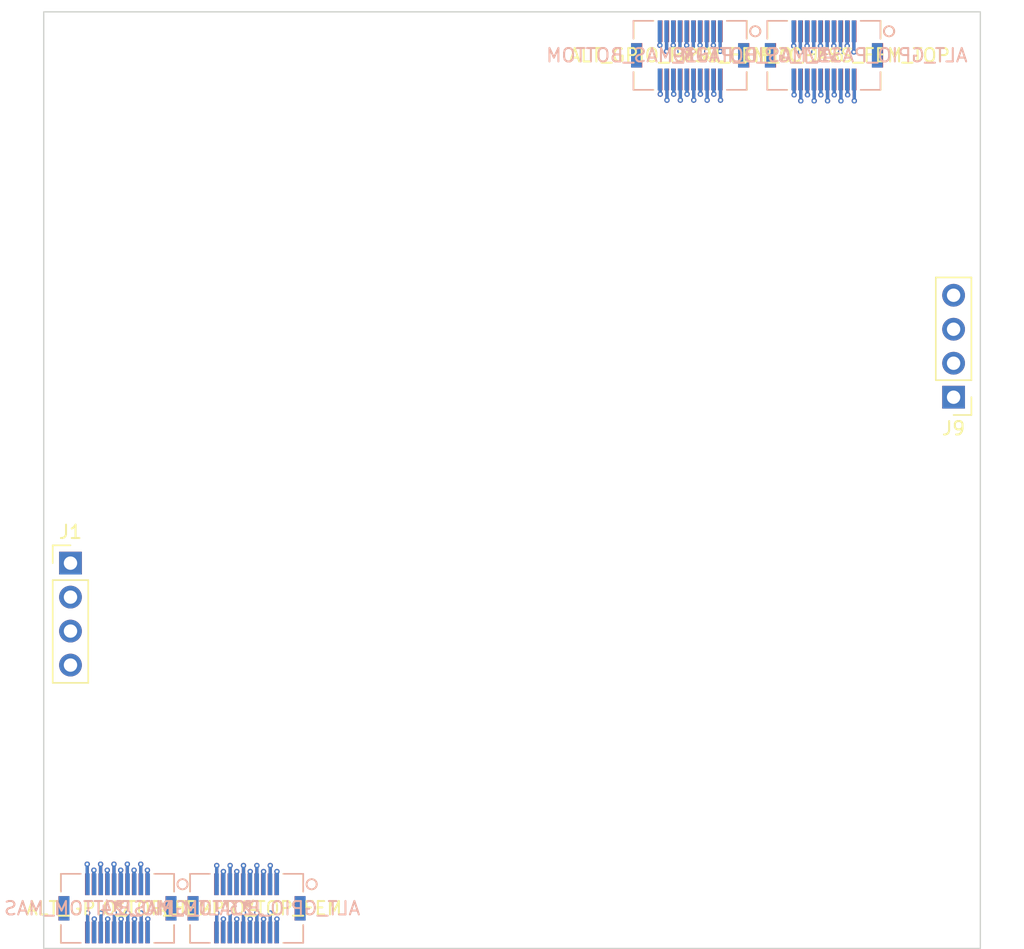
<source format=kicad_pcb>
(kicad_pcb (version 20210824) (generator pcbnew)
  (layers (0 "F.Cu" signal) (31 "B.Cu" signal) (34 "B.Paste" user) (35 "F.Paste" user) (36 "B.SilkS" user "B.Silkscreen") (37 "F.SilkS" user "F.Silkscreen") (38 "B.Mask" user) (39 "F.Mask" user) (44 "Edge.Cuts" user))
  (net 0 "")
  (net 1 "GND")
  (net 2 "+1V8")
  (net 3 "Net-(J23-Pad16)")
  (net 4 "Net-(J23-Pad17)")
  (net 5 "Net-(J23-Pad18)")
  (net 6 "Net-(J23-Pad19)")
  (net 7 "Net-(J23-Pad20)")
  (net 8 "Net-(J24-Pad4)")
  (net 9 "Net-(J24-Pad5)")
  (net 10 "Net-(J24-Pad6)")
  (net 11 "Net-(J24-Pad7)")
  (net 12 "Net-(J24-Pad8)")
  (net 13 "+3V3")
  (net 14 "Net-(J24-Pad10)")
  (net 15 "Net-(J24-Pad11)")
  (net 16 "Net-(J24-Pad12)")
  (net 17 "Net-(J24-Pad13)")
  (net 18 "Net-(J24-Pad14)")
  (net 19 "Net-(J24-Pad15)")
  (net 20 "Net-(J24-Pad16)")
  (net 21 "Net-(J24-Pad17)")
  (net 22 "Net-(J24-Pad18)")
  (net 23 "Net-(J24-Pad19)")
  (net 24 "Net-(J24-Pad20)")
  (net 25 "+5P")
  (net 26 "Net-(J16-Pad1)")
  (net 27 "Net-(J16-Pad2)")
  (net 28 "Net-(J16-Pad3)")
  (net 29 "Net-(J16-Pad4)")
  (net 30 "Net-(J16-Pad5)")
  (net 31 "Net-(J16-Pad6)")
  (net 32 "Net-(J16-Pad7)")
  (net 33 "Net-(J16-Pad8)")
  (net 34 "Net-(J16-Pad9)")
  (net 35 "Net-(J16-Pad10)")
  (net 36 "Net-(J16-Pad11)")
  (net 37 "Net-(J16-Pad12)")
  (net 38 "Net-(J16-Pad13)")
  (net 39 "Net-(J16-Pad14)")
  (net 40 "Net-(J16-Pad15)")
  (net 41 "Net-(J16-Pad16)")
  (net 42 "Net-(J16-Pad17)")
  (net 43 "Net-(J16-Pad18)")
  (net 44 "Net-(J16-Pad19)")
  (net 45 "Net-(J16-Pad20)")
  (net 46 "Net-(J19-Pad1)")
  (net 47 "Net-(J19-Pad2)")
  (net 48 "Net-(J19-Pad3)")
  (net 49 "Net-(J19-Pad4)")
  (net 50 "Net-(J19-Pad5)")
  (net 51 "Net-(J19-Pad6)")
  (net 52 "Net-(J19-Pad7)")
  (net 53 "Net-(J19-Pad8)")
  (net 54 "Net-(J19-Pad9)")
  (net 55 "Net-(J19-Pad10)")
  (net 56 "Net-(J19-Pad11)")
  (net 57 "Net-(J19-Pad12)")
  (net 58 "Net-(J19-Pad13)")
  (net 59 "Net-(J19-Pad14)")
  (net 60 "Net-(J19-Pad15)")
  (net 61 "Net-(J19-Pad16)")
  (net 62 "Net-(J19-Pad17)")
  (net 63 "Net-(J19-Pad18)")
  (net 64 "Net-(J19-Pad19)")
  (net 65 "Net-(J19-Pad20)")
  (net 66 "Net-(J7-Pad1)")
  (net 67 "Net-(J7-Pad2)")
  (net 68 "Net-(J7-Pad3)")
  (net 69 "Net-(J23-Pad1)")
  (net 70 "Net-(J23-Pad2)")
  (net 71 "Net-(J23-Pad3)")
  (net 72 "Net-(J23-Pad4)")
  (net 73 "Net-(J23-Pad5)")
  (net 74 "Net-(J23-Pad7)")
  (net 75 "Net-(J23-Pad8)")
  (net 76 "Net-(J23-Pad9)")
  (net 77 "Net-(J23-Pad10)")
  (net 78 "Net-(J23-Pad11)")
  (net 79 "Net-(J23-Pad12)")
  (net 80 "Net-(J23-Pad13)")
  (footprint "LibsCustom:10132797-021100LF" (layer "F.Cu") (at 100.6698 112)
    (fp_text reference "J7")
    (fp_text value "ALT_GPIO_TOP_FEM")
  )
  (footprint "LibsCustom:10132797-021100LF" (layer "F.Cu") (at 153.4975 48.25)
    (fp_text reference "J16")
    (fp_text value "ALT_GPIO_PASS_FEM_TOP")
  )
  (footprint "LibsCustom:10132797-021100LF" (layer "F.Cu") (at 143.4975 48.25)
    (fp_text reference "J20")
    (fp_text value "ALT_GPIO_PASS_FEM_TOP")
  )
  (footprint "Connector_PinHeader_2.54mm:PinHeader_1x04_P2.54mm_Vertical" (layer "F.Cu") (at 163 73.8 180)
    (fp_text reference "J9")
    (fp_text value "CENTRAL_IO_A")
  )
  (footprint "Connector_PinHeader_2.54mm:PinHeader_1x04_P2.54mm_Vertical" (layer "F.Cu") (at 97 86.2)
    (fp_text reference "J1")
    (fp_text value "CENTRAL_IO_A")
  )
  (footprint "LibsCustom:10132797-021100LF" (layer "F.Cu") (at 110.3198 112)
    (fp_text reference "J4")
    (fp_text value "ALT_GPIO_TOP_FEM")
  )
  (footprint "LibsCustom:10132798-022100LF" (layer "B.Cu") (at 153.2975 48.25 180)
    (fp_text reference "J17")
    (fp_text value "ALT_GPIO_PASS_MAS_BOTTOM")
  )
  (footprint "LibsCustom:10132798-022100LF" (layer "B.Cu") (at 143.2975 48.25 180)
    (fp_text reference "J19")
    (fp_text value "ALT_GPIO_PASS_MAS_BOTTOM")
  )
  (footprint "LibsCustom:10132798-022100LF" (layer "B.Cu") (at 100.5198 112 180)
    (fp_text reference "J24")
    (fp_text value "ALT_GPIO_BOTTOM_MAS")
  )
  (footprint "LibsCustom:10132798-022100LF" (layer "B.Cu") (at 110.1698 112 180)
    (fp_text reference "J23")
    (fp_text value "ALT_GPIO_BOTTOM_MAS")
  )
  (gr_rect (start 95 45) (end 165 115) (layer "Edge.Cuts") (width 0.1) (fill none))
  (segment (start 109.4302 114.3) (end 109.430201 112.799999) (width 0.25) (layer "F.Cu") (net 1))
  (segment (start 109.9302 110.3) (end 109.930201 108.799999) (width 0.25) (layer "F.Cu") (net 1))
  (via (at 109.930201 108.799999) (size 0.4) (drill 0.2) (layers "F.Cu" "B.Cu") (net 1))
  (via (at 109.430201 112.799999) (size 0.4) (drill 0.2) (layers "F.Cu" "B.Cu") (net 1))
  (segment (start 109.430201 112.799999) (end 109.430201 114.280201) (width 0.25) (layer "B.Cu") (net 1))
  (segment (start 109.930201 110.280201) (end 109.95 110.3) (width 0.25) (layer "B.Cu") (net 1))
  (segment (start 109.430201 114.280201) (end 109.45 114.3) (width 0.25) (layer "B.Cu") (net 1))
  (segment (start 109.930201 108.799999) (end 109.930201 110.280201) (width 0.25) (layer "B.Cu") (net 1))
  (segment (start 109.9302 113.85) (end 109.930201 112.349999) (width 0.25) (layer "F.Cu") (net 2))
  (via (at 109.930201 112.349999) (size 0.4) (drill 0.2) (layers "F.Cu" "B.Cu") (net 2))
  (segment (start 109.930201 112.349999) (end 109.930201 113.830201) (width 0.25) (layer "B.Cu") (net 2))
  (segment (start 109.930201 113.830201) (end 109.95 113.85) (width 0.25) (layer "B.Cu") (net 2))
  (segment (start 110.4302 114.3) (end 110.430201 112.799999) (width 0.25) (layer "F.Cu") (net 3))
  (via (at 110.430201 112.799999) (size 0.4) (drill 0.2) (layers "F.Cu" "B.Cu") (net 3))
  (segment (start 110.430201 114.280201) (end 110.45 114.3) (width 0.25) (layer "B.Cu") (net 3))
  (segment (start 110.430201 112.799999) (end 110.430201 114.280201) (width 0.25) (layer "B.Cu") (net 3))
  (segment (start 110.9302 113.85) (end 110.930201 112.349999) (width 0.25) (layer "F.Cu") (net 4))
  (via (at 110.930201 112.349999) (size 0.4) (drill 0.2) (layers "F.Cu" "B.Cu") (net 4))
  (segment (start 110.930201 113.830201) (end 110.95 113.85) (width 0.25) (layer "B.Cu") (net 4))
  (segment (start 110.930201 112.349999) (end 110.930201 113.830201) (width 0.25) (layer "B.Cu") (net 4))
  (segment (start 111.4302 114.3) (end 111.430201 112.799999) (width 0.25) (layer "F.Cu") (net 5))
  (via (at 111.430201 112.799999) (size 0.4) (drill 0.2) (layers "F.Cu" "B.Cu") (net 5))
  (segment (start 111.430201 112.799999) (end 111.430201 114.280201) (width 0.25) (layer "B.Cu") (net 5))
  (segment (start 111.430201 114.280201) (end 111.45 114.3) (width 0.25) (layer "B.Cu") (net 5))
  (segment (start 111.9302 113.85) (end 111.930201 112.349999) (width 0.25) (layer "F.Cu") (net 6))
  (via (at 111.930201 112.349999) (size 0.4) (drill 0.2) (layers "F.Cu" "B.Cu") (net 6))
  (segment (start 111.930201 112.349999) (end 111.930201 113.830201) (width 0.25) (layer "B.Cu") (net 6))
  (segment (start 111.930201 113.830201) (end 111.95 113.85) (width 0.25) (layer "B.Cu") (net 6))
  (segment (start 112.4302 114.3) (end 112.430201 112.799999) (width 0.25) (layer "F.Cu") (net 7))
  (via (at 112.430201 112.799999) (size 0.4) (drill 0.2) (layers "F.Cu" "B.Cu") (net 7))
  (segment (start 112.430201 112.799999) (end 112.430201 114.280201) (width 0.25) (layer "B.Cu") (net 7))
  (segment (start 112.430201 114.280201) (end 112.45 114.3) (width 0.25) (layer "B.Cu") (net 7))
  (segment (start 101.249999 110.200001) (end 101.25 108.7) (width 0.25) (layer "F.Cu") (net 8))
  (via (at 101.25 108.7) (size 0.4) (drill 0.2) (layers "F.Cu" "B.Cu") (net 8))
  (segment (start 101.25 110.180202) (end 101.269799 110.200001) (width 0.25) (layer "B.Cu") (net 8))
  (segment (start 101.25 108.7) (end 101.25 110.180202) (width 0.25) (layer "B.Cu") (net 8))
  (segment (start 100.749999 110.650001) (end 100.75 109.15) (width 0.25) (layer "F.Cu") (net 9))
  (via (at 100.75 109.15) (size 0.4) (drill 0.2) (layers "F.Cu" "B.Cu") (net 9))
  (segment (start 100.75 109.15) (end 100.75 110.630202) (width 0.25) (layer "B.Cu") (net 9))
  (segment (start 100.75 110.630202) (end 100.769799 110.650001) (width 0.25) (layer "B.Cu") (net 9))
  (segment (start 100.249999 110.200001) (end 100.25 108.7) (width 0.25) (layer "F.Cu") (net 10))
  (via (at 100.25 108.7) (size 0.4) (drill 0.2) (layers "F.Cu" "B.Cu") (net 10))
  (segment (start 100.25 110.180202) (end 100.269799 110.200001) (width 0.25) (layer "B.Cu") (net 10))
  (segment (start 100.25 108.7) (end 100.25 110.180202) (width 0.25) (layer "B.Cu") (net 10))
  (segment (start 99.749999 110.650001) (end 99.75 109.15) (width 0.25) (layer "F.Cu") (net 11))
  (via (at 99.75 109.15) (size 0.4) (drill 0.2) (layers "F.Cu" "B.Cu") (net 11))
  (segment (start 99.75 110.630202) (end 99.769799 110.650001) (width 0.25) (layer "B.Cu") (net 11))
  (segment (start 99.75 109.15) (end 99.75 110.630202) (width 0.25) (layer "B.Cu") (net 11))
  (segment (start 99.249999 110.200001) (end 99.25 108.7) (width 0.25) (layer "F.Cu") (net 12))
  (via (at 99.25 108.7) (size 0.4) (drill 0.2) (layers "F.Cu" "B.Cu") (net 12))
  (segment (start 99.25 110.180202) (end 99.269799 110.200001) (width 0.25) (layer "B.Cu") (net 12))
  (segment (start 99.25 108.7) (end 99.25 110.180202) (width 0.25) (layer "B.Cu") (net 12))
  (segment (start 98.749999 110.650001) (end 98.75 109.15) (width 0.25) (layer "F.Cu") (net 13))
  (via (at 98.75 109.15) (size 0.4) (drill 0.2) (layers "F.Cu" "B.Cu") (net 13))
  (segment (start 98.75 110.630202) (end 98.769799 110.650001) (width 0.25) (layer "B.Cu") (net 13))
  (segment (start 98.75 109.15) (end 98.75 110.630202) (width 0.25) (layer "B.Cu") (net 13))
  (segment (start 98.249999 110.200001) (end 98.25 108.7) (width 0.25) (layer "F.Cu") (net 14))
  (via (at 98.25 108.7) (size 0.4) (drill 0.2) (layers "F.Cu" "B.Cu") (net 14))
  (segment (start 98.25 110.180202) (end 98.269799 110.200001) (width 0.25) (layer "B.Cu") (net 14))
  (segment (start 98.25 108.7) (end 98.25 110.180202) (width 0.25) (layer "B.Cu") (net 14))
  (segment (start 98.2802 113.85) (end 98.280201 112.349999) (width 0.25) (layer "F.Cu") (net 15))
  (via (at 98.280201 112.349999) (size 0.4) (drill 0.2) (layers "F.Cu" "B.Cu") (net 15))
  (segment (start 98.280201 112.349999) (end 98.280201 113.830201) (width 0.25) (layer "B.Cu") (net 15))
  (segment (start 98.280201 113.830201) (end 98.3 113.85) (width 0.25) (layer "B.Cu") (net 15))
  (segment (start 98.7802 114.3) (end 98.780201 112.799999) (width 0.25) (layer "F.Cu") (net 16))
  (via (at 98.780201 112.799999) (size 0.4) (drill 0.2) (layers "F.Cu" "B.Cu") (net 16))
  (segment (start 98.780201 114.280201) (end 98.8 114.3) (width 0.25) (layer "B.Cu") (net 16))
  (segment (start 98.780201 112.799999) (end 98.780201 114.280201) (width 0.25) (layer "B.Cu") (net 16))
  (segment (start 99.2802 113.85) (end 99.280201 112.349999) (width 0.25) (layer "F.Cu") (net 17))
  (via (at 99.280201 112.349999) (size 0.4) (drill 0.2) (layers "F.Cu" "B.Cu") (net 17))
  (segment (start 99.280201 112.349999) (end 99.280201 113.830201) (width 0.25) (layer "B.Cu") (net 17))
  (segment (start 99.280201 113.830201) (end 99.3 113.85) (width 0.25) (layer "B.Cu") (net 17))
  (segment (start 99.7802 114.3) (end 99.780201 112.799999) (width 0.25) (layer "F.Cu") (net 18))
  (via (at 99.780201 112.799999) (size 0.4) (drill 0.2) (layers "F.Cu" "B.Cu") (net 18))
  (segment (start 99.780201 114.280201) (end 99.8 114.3) (width 0.25) (layer "B.Cu") (net 18))
  (segment (start 99.780201 112.799999) (end 99.780201 114.280201) (width 0.25) (layer "B.Cu") (net 18))
  (segment (start 100.2802 113.85) (end 100.280201 112.349999) (width 0.25) (layer "F.Cu") (net 19))
  (via (at 100.280201 112.349999) (size 0.4) (drill 0.2) (layers "F.Cu" "B.Cu") (net 19))
  (segment (start 100.280201 112.349999) (end 100.280201 113.830201) (width 0.25) (layer "B.Cu") (net 19))
  (segment (start 100.280201 113.830201) (end 100.3 113.85) (width 0.25) (layer "B.Cu") (net 19))
  (segment (start 100.7802 114.3) (end 100.780201 112.799999) (width 0.25) (layer "F.Cu") (net 20))
  (via (at 100.780201 112.799999) (size 0.4) (drill 0.2) (layers "F.Cu" "B.Cu") (net 20))
  (segment (start 100.780201 114.280201) (end 100.8 114.3) (width 0.25) (layer "B.Cu") (net 20))
  (segment (start 100.780201 112.799999) (end 100.780201 114.280201) (width 0.25) (layer "B.Cu") (net 20))
  (segment (start 101.2802 113.85) (end 101.280201 112.349999) (width 0.25) (layer "F.Cu") (net 21))
  (via (at 101.280201 112.349999) (size 0.4) (drill 0.2) (layers "F.Cu" "B.Cu") (net 21))
  (segment (start 101.280201 112.349999) (end 101.280201 113.830201) (width 0.25) (layer "B.Cu") (net 21))
  (segment (start 101.280201 113.830201) (end 101.3 113.85) (width 0.25) (layer "B.Cu") (net 21))
  (segment (start 101.7802 114.3) (end 101.780201 112.799999) (width 0.25) (layer "F.Cu") (net 22))
  (via (at 101.780201 112.799999) (size 0.4) (drill 0.2) (layers "F.Cu" "B.Cu") (net 22))
  (segment (start 101.780201 112.799999) (end 101.780201 114.280201) (width 0.25) (layer "B.Cu") (net 22))
  (segment (start 101.780201 114.280201) (end 101.8 114.3) (width 0.25) (layer "B.Cu") (net 22))
  (segment (start 102.2802 113.85) (end 102.280201 112.349999) (width 0.25) (layer "F.Cu") (net 23))
  (via (at 102.280201 112.349999) (size 0.4) (drill 0.2) (layers "F.Cu" "B.Cu") (net 23))
  (segment (start 102.280201 112.349999) (end 102.280201 113.830201) (width 0.25) (layer "B.Cu") (net 23))
  (segment (start 102.280201 113.830201) (end 102.3 113.85) (width 0.25) (layer "B.Cu") (net 23))
  (segment (start 102.7802 114.3) (end 102.780201 112.799999) (width 0.25) (layer "F.Cu") (net 24))
  (via (at 102.780201 112.799999) (size 0.4) (drill 0.2) (layers "F.Cu" "B.Cu") (net 24))
  (segment (start 102.780201 114.280201) (end 102.8 114.3) (width 0.25) (layer "B.Cu") (net 24))
  (segment (start 102.780201 112.799999) (end 102.780201 114.280201) (width 0.25) (layer "B.Cu") (net 24))
  (segment (start 155.550001 46.499999) (end 155.55 48) (width 0.25) (layer "F.Cu") (net 26))
  (via (at 155.55 48) (size 0.4) (drill 0.2) (layers "F.Cu" "B.Cu") (net 26))
  (segment (start 155.55 48) (end 155.55 46.519798) (width 0.25) (layer "B.Cu") (net 26))
  (segment (start 155.55 46.519798) (end 155.530201 46.499999) (width 0.25) (layer "B.Cu") (net 26))
  (segment (start 155.050001 46.049999) (end 155.05 47.55) (width 0.25) (layer "F.Cu") (net 27))
  (via (at 155.05 47.55) (size 0.4) (drill 0.2) (layers "F.Cu" "B.Cu") (net 27))
  (segment (start 155.05 46.069798) (end 155.030201 46.049999) (width 0.25) (layer "B.Cu") (net 27))
  (segment (start 155.05 47.55) (end 155.05 46.069798) (width 0.25) (layer "B.Cu") (net 27))
  (segment (start 154.550001 46.499999) (end 154.55 48) (width 0.25) (layer "F.Cu") (net 28))
  (via (at 154.55 48) (size 0.4) (drill 0.2) (layers "F.Cu" "B.Cu") (net 28))
  (segment (start 154.55 46.519798) (end 154.530201 46.499999) (width 0.25) (layer "B.Cu") (net 28))
  (segment (start 154.55 48) (end 154.55 46.519798) (width 0.25) (layer "B.Cu") (net 28))
  (segment (start 154.050001 46.049999) (end 154.05 47.55) (width 0.25) (layer "F.Cu") (net 29))
  (via (at 154.05 47.55) (size 0.4) (drill 0.2) (layers "F.Cu" "B.Cu") (net 29))
  (segment (start 154.05 46.069798) (end 154.030201 46.049999) (width 0.25) (layer "B.Cu") (net 29))
  (segment (start 154.05 47.55) (end 154.05 46.069798) (width 0.25) (layer "B.Cu") (net 29))
  (segment (start 153.550001 46.499999) (end 153.55 48) (width 0.25) (layer "F.Cu") (net 30))
  (via (at 153.55 48) (size 0.4) (drill 0.2) (layers "F.Cu" "B.Cu") (net 30))
  (segment (start 153.55 48) (end 153.55 46.519798) (width 0.25) (layer "B.Cu") (net 30))
  (segment (start 153.55 46.519798) (end 153.530201 46.499999) (width 0.25) (layer "B.Cu") (net 30))
  (segment (start 153.050001 46.049999) (end 153.05 47.55) (width 0.25) (layer "F.Cu") (net 31))
  (via (at 153.05 47.55) (size 0.4) (drill 0.2) (layers "F.Cu" "B.Cu") (net 31))
  (segment (start 153.05 46.069798) (end 153.030201 46.049999) (width 0.25) (layer "B.Cu") (net 31))
  (segment (start 153.05 47.55) (end 153.05 46.069798) (width 0.25) (layer "B.Cu") (net 31))
  (segment (start 152.550001 46.499999) (end 152.55 48) (width 0.25) (layer "F.Cu") (net 32))
  (via (at 152.55 48) (size 0.4) (drill 0.2) (layers "F.Cu" "B.Cu") (net 32))
  (segment (start 152.55 46.519798) (end 152.530201 46.499999) (width 0.25) (layer "B.Cu") (net 32))
  (segment (start 152.55 48) (end 152.55 46.519798) (width 0.25) (layer "B.Cu") (net 32))
  (segment (start 152.050001 46.049999) (end 152.05 47.55) (width 0.25) (layer "F.Cu") (net 33))
  (via (at 152.05 47.55) (size 0.4) (drill 0.2) (layers "F.Cu" "B.Cu") (net 33))
  (segment (start 152.05 47.55) (end 152.05 46.069798) (width 0.25) (layer "B.Cu") (net 33))
  (segment (start 152.05 46.069798) (end 152.030201 46.049999) (width 0.25) (layer "B.Cu") (net 33))
  (segment (start 151.550001 46.499999) (end 151.55 48) (width 0.25) (layer "F.Cu") (net 34))
  (via (at 151.55 48) (size 0.4) (drill 0.2) (layers "F.Cu" "B.Cu") (net 34))
  (segment (start 151.55 48) (end 151.55 46.519798) (width 0.25) (layer "B.Cu") (net 34))
  (segment (start 151.55 46.519798) (end 151.530201 46.499999) (width 0.25) (layer "B.Cu") (net 34))
  (segment (start 151.050001 46.049999) (end 151.05 47.55) (width 0.25) (layer "F.Cu") (net 35))
  (via (at 151.05 47.55) (size 0.4) (drill 0.2) (layers "F.Cu" "B.Cu") (net 35))
  (segment (start 151.05 46.069798) (end 151.030201 46.049999) (width 0.25) (layer "B.Cu") (net 35))
  (segment (start 151.05 47.55) (end 151.05 46.069798) (width 0.25) (layer "B.Cu") (net 35))
  (segment (start 151.080202 49.699998) (end 151.080201 51.199999) (width 0.25) (layer "F.Cu") (net 36))
  (via (at 151.080201 51.199999) (size 0.4) (drill 0.2) (layers "F.Cu" "B.Cu") (net 36))
  (segment (start 151.080201 51.199999) (end 151.080201 49.719797) (width 0.25) (layer "B.Cu") (net 36))
  (segment (start 151.080201 49.719797) (end 151.060402 49.699998) (width 0.25) (layer "B.Cu") (net 36))
  (segment (start 151.580202 50.149998) (end 151.580201 51.649999) (width 0.25) (layer "F.Cu") (net 37))
  (via (at 151.580201 51.649999) (size 0.4) (drill 0.2) (layers "F.Cu" "B.Cu") (net 37))
  (segment (start 151.580201 51.649999) (end 151.580201 50.169797) (width 0.25) (layer "B.Cu") (net 37))
  (segment (start 151.580201 50.169797) (end 151.560402 50.149998) (width 0.25) (layer "B.Cu") (net 37))
  (segment (start 152.080202 49.699998) (end 152.080201 51.199999) (width 0.25) (layer "F.Cu") (net 38))
  (via (at 152.080201 51.199999) (size 0.4) (drill 0.2) (layers "F.Cu" "B.Cu") (net 38))
  (segment (start 152.080201 49.719797) (end 152.060402 49.699998) (width 0.25) (layer "B.Cu") (net 38))
  (segment (start 152.080201 51.199999) (end 152.080201 49.719797) (width 0.25) (layer "B.Cu") (net 38))
  (segment (start 152.580202 50.149998) (end 152.580201 51.649999) (width 0.25) (layer "F.Cu") (net 39))
  (via (at 152.580201 51.649999) (size 0.4) (drill 0.2) (layers "F.Cu" "B.Cu") (net 39))
  (segment (start 152.580201 51.649999) (end 152.580201 50.169797) (width 0.25) (layer "B.Cu") (net 39))
  (segment (start 152.580201 50.169797) (end 152.560402 50.149998) (width 0.25) (layer "B.Cu") (net 39))
  (segment (start 153.080202 49.699998) (end 153.080201 51.199999) (width 0.25) (layer "F.Cu") (net 40))
  (via (at 153.080201 51.199999) (size 0.4) (drill 0.2) (layers "F.Cu" "B.Cu") (net 40))
  (segment (start 153.080201 51.199999) (end 153.080201 49.719797) (width 0.25) (layer "B.Cu") (net 40))
  (segment (start 153.080201 49.719797) (end 153.060402 49.699998) (width 0.25) (layer "B.Cu") (net 40))
  (segment (start 153.580202 50.149998) (end 153.580201 51.649999) (width 0.25) (layer "F.Cu") (net 41))
  (via (at 153.580201 51.649999) (size 0.4) (drill 0.2) (layers "F.Cu" "B.Cu") (net 41))
  (segment (start 153.580201 50.169797) (end 153.560402 50.149998) (width 0.25) (layer "B.Cu") (net 41))
  (segment (start 153.580201 51.649999) (end 153.580201 50.169797) (width 0.25) (layer "B.Cu") (net 41))
  (segment (start 154.080202 49.699998) (end 154.080201 51.199999) (width 0.25) (layer "F.Cu") (net 42))
  (via (at 154.080201 51.199999) (size 0.4) (drill 0.2) (layers "F.Cu" "B.Cu") (net 42))
  (segment (start 154.080201 51.199999) (end 154.080201 49.719797) (width 0.25) (layer "B.Cu") (net 42))
  (segment (start 154.080201 49.719797) (end 154.060402 49.699998) (width 0.25) (layer "B.Cu") (net 42))
  (segment (start 154.580202 50.149998) (end 154.580201 51.649999) (width 0.25) (layer "F.Cu") (net 43))
  (via (at 154.580201 51.649999) (size 0.4) (drill 0.2) (layers "F.Cu" "B.Cu") (net 43))
  (segment (start 154.580201 51.649999) (end 154.580201 50.169797) (width 0.25) (layer "B.Cu") (net 43))
  (segment (start 154.580201 50.169797) (end 154.560402 50.149998) (width 0.25) (layer "B.Cu") (net 43))
  (segment (start 155.080202 49.699998) (end 155.080201 51.199999) (width 0.25) (layer "F.Cu") (net 44))
  (via (at 155.080201 51.199999) (size 0.4) (drill 0.2) (layers "F.Cu" "B.Cu") (net 44))
  (segment (start 155.080201 49.719797) (end 155.060402 49.699998) (width 0.25) (layer "B.Cu") (net 44))
  (segment (start 155.080201 51.199999) (end 155.080201 49.719797) (width 0.25) (layer "B.Cu") (net 44))
  (segment (start 155.580202 50.149998) (end 155.580201 51.649999) (width 0.25) (layer "F.Cu") (net 45))
  (via (at 155.580201 51.649999) (size 0.4) (drill 0.2) (layers "F.Cu" "B.Cu") (net 45))
  (segment (start 155.580201 51.649999) (end 155.580201 50.169797) (width 0.25) (layer "B.Cu") (net 45))
  (segment (start 155.580201 50.169797) (end 155.560402 50.149998) (width 0.25) (layer "B.Cu") (net 45))
  (segment (start 145.550001 46.449999) (end 145.55 47.95) (width 0.25) (layer "F.Cu") (net 46))
  (via (at 145.55 47.95) (size 0.4) (drill 0.2) (layers "F.Cu" "B.Cu") (net 46))
  (segment (start 145.55 46.469798) (end 145.530201 46.449999) (width 0.25) (layer "B.Cu") (net 46))
  (segment (start 145.55 47.95) (end 145.55 46.469798) (width 0.25) (layer "B.Cu") (net 46))
  (segment (start 145.050001 45.999999) (end 145.05 47.5) (width 0.25) (layer "F.Cu") (net 47))
  (via (at 145.05 47.5) (size 0.4) (drill 0.2) (layers "F.Cu" "B.Cu") (net 47))
  (segment (start 145.05 46.019798) (end 145.030201 45.999999) (width 0.25) (layer "B.Cu") (net 47))
  (segment (start 145.05 47.5) (end 145.05 46.019798) (width 0.25) (layer "B.Cu") (net 47))
  (segment (start 144.550001 46.449999) (end 144.55 47.95) (width 0.25) (layer "F.Cu") (net 48))
  (via (at 144.55 47.95) (size 0.4) (drill 0.2) (layers "F.Cu" "B.Cu") (net 48))
  (segment (start 144.55 47.95) (end 144.55 46.469798) (width 0.25) (layer "B.Cu") (net 48))
  (segment (start 144.55 46.469798) (end 144.530201 46.449999) (width 0.25) (layer "B.Cu") (net 48))
  (segment (start 144.050001 45.999999) (end 144.05 47.5) (width 0.25) (layer "F.Cu") (net 49))
  (via (at 144.05 47.5) (size 0.4) (drill 0.2) (layers "F.Cu" "B.Cu") (net 49))
  (segment (start 144.05 47.5) (end 144.05 46.019798) (width 0.25) (layer "B.Cu") (net 49))
  (segment (start 144.05 46.019798) (end 144.030201 45.999999) (width 0.25) (layer "B.Cu") (net 49))
  (segment (start 143.550001 46.449999) (end 143.55 47.95) (width 0.25) (layer "F.Cu") (net 50))
  (via (at 143.55 47.95) (size 0.4) (drill 0.2) (layers "F.Cu" "B.Cu") (net 50))
  (segment (start 143.55 47.95) (end 143.55 46.469798) (width 0.25) (layer "B.Cu") (net 50))
  (segment (start 143.55 46.469798) (end 143.530201 46.449999) (width 0.25) (layer "B.Cu") (net 50))
  (segment (start 143.050001 45.999999) (end 143.05 47.5) (width 0.25) (layer "F.Cu") (net 51))
  (via (at 143.05 47.5) (size 0.4) (drill 0.2) (layers "F.Cu" "B.Cu") (net 51))
  (segment (start 143.05 47.5) (end 143.05 46.019798) (width 0.25) (layer "B.Cu") (net 51))
  (segment (start 143.05 46.019798) (end 143.030201 45.999999) (width 0.25) (layer "B.Cu") (net 51))
  (segment (start 142.550001 46.449999) (end 142.55 47.95) (width 0.25) (layer "F.Cu") (net 52))
  (via (at 142.55 47.95) (size 0.4) (drill 0.2) (layers "F.Cu" "B.Cu") (net 52))
  (segment (start 142.55 47.95) (end 142.55 46.469798) (width 0.25) (layer "B.Cu") (net 52))
  (segment (start 142.55 46.469798) (end 142.530201 46.449999) (width 0.25) (layer "B.Cu") (net 52))
  (segment (start 142.050001 45.999999) (end 142.05 47.5) (width 0.25) (layer "F.Cu") (net 53))
  (via (at 142.05 47.5) (size 0.4) (drill 0.2) (layers "F.Cu" "B.Cu") (net 53))
  (segment (start 142.05 46.019798) (end 142.030201 45.999999) (width 0.25) (layer "B.Cu") (net 53))
  (segment (start 142.05 47.5) (end 142.05 46.019798) (width 0.25) (layer "B.Cu") (net 53))
  (segment (start 141.550001 46.449999) (end 141.55 47.95) (width 0.25) (layer "F.Cu") (net 54))
  (via (at 141.55 47.95) (size 0.4) (drill 0.2) (layers "F.Cu" "B.Cu") (net 54))
  (segment (start 141.55 47.95) (end 141.55 46.469798) (width 0.25) (layer "B.Cu") (net 54))
  (segment (start 141.55 46.469798) (end 141.530201 46.449999) (width 0.25) (layer "B.Cu") (net 54))
  (segment (start 141.050001 45.999999) (end 141.05 47.5) (width 0.25) (layer "F.Cu") (net 55))
  (via (at 141.05 47.5) (size 0.4) (drill 0.2) (layers "F.Cu" "B.Cu") (net 55))
  (segment (start 141.05 46.019798) (end 141.030201 45.999999) (width 0.25) (layer "B.Cu") (net 55))
  (segment (start 141.05 47.5) (end 141.05 46.019798) (width 0.25) (layer "B.Cu") (net 55))
  (segment (start 141.080202 49.649998) (end 141.080201 51.149999) (width 0.25) (layer "F.Cu") (net 56))
  (via (at 141.080201 51.149999) (size 0.4) (drill 0.2) (layers "F.Cu" "B.Cu") (net 56))
  (segment (start 141.080201 51.149999) (end 141.080201 49.669797) (width 0.25) (layer "B.Cu") (net 56))
  (segment (start 141.080201 49.669797) (end 141.060402 49.649998) (width 0.25) (layer "B.Cu") (net 56))
  (segment (start 141.580202 50.099998) (end 141.580201 51.599999) (width 0.25) (layer "F.Cu") (net 57))
  (via (at 141.580201 51.599999) (size 0.4) (drill 0.2) (layers "F.Cu" "B.Cu") (net 57))
  (segment (start 141.580201 51.599999) (end 141.580201 50.119797) (width 0.25) (layer "B.Cu") (net 57))
  (segment (start 141.580201 50.119797) (end 141.560402 50.099998) (width 0.25) (layer "B.Cu") (net 57))
  (segment (start 142.080202 49.649998) (end 142.080201 51.149999) (width 0.25) (layer "F.Cu") (net 58))
  (via (at 142.080201 51.149999) (size 0.4) (drill 0.2) (layers "F.Cu" "B.Cu") (net 58))
  (segment (start 142.080201 49.669797) (end 142.060402 49.649998) (width 0.25) (layer "B.Cu") (net 58))
  (segment (start 142.080201 51.149999) (end 142.080201 49.669797) (width 0.25) (layer "B.Cu") (net 58))
  (segment (start 142.580202 50.099998) (end 142.580201 51.599999) (width 0.25) (layer "F.Cu") (net 59))
  (via (at 142.580201 51.599999) (size 0.4) (drill 0.2) (layers "F.Cu" "B.Cu") (net 59))
  (segment (start 142.580201 51.599999) (end 142.580201 50.119797) (width 0.25) (layer "B.Cu") (net 59))
  (segment (start 142.580201 50.119797) (end 142.560402 50.099998) (width 0.25) (layer "B.Cu") (net 59))
  (segment (start 143.080202 49.649998) (end 143.080201 51.149999) (width 0.25) (layer "F.Cu") (net 60))
  (via (at 143.080201 51.149999) (size 0.4) (drill 0.2) (layers "F.Cu" "B.Cu") (net 60))
  (segment (start 143.080201 51.149999) (end 143.080201 49.669797) (width 0.25) (layer "B.Cu") (net 60))
  (segment (start 143.080201 49.669797) (end 143.060402 49.649998) (width 0.25) (layer "B.Cu") (net 60))
  (segment (start 143.580202 50.099998) (end 143.580201 51.599999) (width 0.25) (layer "F.Cu") (net 61))
  (via (at 143.580201 51.599999) (size 0.4) (drill 0.2) (layers "F.Cu" "B.Cu") (net 61))
  (segment (start 143.580201 50.119797) (end 143.560402 50.099998) (width 0.25) (layer "B.Cu") (net 61))
  (segment (start 143.580201 51.599999) (end 143.580201 50.119797) (width 0.25) (layer "B.Cu") (net 61))
  (segment (start 144.080202 49.649998) (end 144.080201 51.149999) (width 0.25) (layer "F.Cu") (net 62))
  (via (at 144.080201 51.149999) (size 0.4) (drill 0.2) (layers "F.Cu" "B.Cu") (net 62))
  (segment (start 144.080201 49.669797) (end 144.060402 49.649998) (width 0.25) (layer "B.Cu") (net 62))
  (segment (start 144.080201 51.149999) (end 144.080201 49.669797) (width 0.25) (layer "B.Cu") (net 62))
  (segment (start 144.580202 50.099998) (end 144.580201 51.599999) (width 0.25) (layer "F.Cu") (net 63))
  (via (at 144.580201 51.599999) (size 0.4) (drill 0.2) (layers "F.Cu" "B.Cu") (net 63))
  (segment (start 144.580201 51.599999) (end 144.580201 50.119797) (width 0.25) (layer "B.Cu") (net 63))
  (segment (start 144.580201 50.119797) (end 144.560402 50.099998) (width 0.25) (layer "B.Cu") (net 63))
  (segment (start 145.080202 49.649998) (end 145.080201 51.149999) (width 0.25) (layer "F.Cu") (net 64))
  (via (at 145.080201 51.149999) (size 0.4) (drill 0.2) (layers "F.Cu" "B.Cu") (net 64))
  (segment (start 145.080201 51.149999) (end 145.080201 49.669797) (width 0.25) (layer "B.Cu") (net 64))
  (segment (start 145.080201 49.669797) (end 145.060402 49.649998) (width 0.25) (layer "B.Cu") (net 64))
  (segment (start 145.580202 50.099998) (end 145.580201 51.599999) (width 0.25) (layer "F.Cu") (net 65))
  (via (at 145.580201 51.599999) (size 0.4) (drill 0.2) (layers "F.Cu" "B.Cu") (net 65))
  (segment (start 145.580201 50.119797) (end 145.560402 50.099998) (width 0.25) (layer "B.Cu") (net 65))
  (segment (start 145.580201 51.599999) (end 145.580201 50.119797) (width 0.25) (layer "B.Cu") (net 65))
  (segment (start 102.749999 110.650001) (end 102.75 109.15) (width 0.25) (layer "F.Cu") (net 66))
  (via (at 102.75 109.15) (size 0.4) (drill 0.2) (layers "F.Cu" "B.Cu") (net 66))
  (segment (start 102.75 109.15) (end 102.75 110.630202) (width 0.25) (layer "B.Cu") (net 66))
  (segment (start 102.75 110.630202) (end 102.769799 110.650001) (width 0.25) (layer "B.Cu") (net 66))
  (segment (start 102.249999 110.200001) (end 102.25 108.7) (width 0.25) (layer "F.Cu") (net 67))
  (via (at 102.25 108.7) (size 0.4) (drill 0.2) (layers "F.Cu" "B.Cu") (net 67))
  (segment (start 102.25 108.7) (end 102.25 110.180202) (width 0.25) (layer "B.Cu") (net 67))
  (segment (start 102.25 110.180202) (end 102.269799 110.200001) (width 0.25) (layer "B.Cu") (net 67))
  (segment (start 101.749999 110.650001) (end 101.75 109.15) (width 0.25) (layer "F.Cu") (net 68))
  (via (at 101.75 109.15) (size 0.4) (drill 0.2) (layers "F.Cu" "B.Cu") (net 68))
  (segment (start 101.75 109.15) (end 101.75 110.630202) (width 0.25) (layer "B.Cu") (net 68))
  (segment (start 101.75 110.630202) (end 101.769799 110.650001) (width 0.25) (layer "B.Cu") (net 68))
  (segment (start 112.4302 110.75) (end 112.430201 109.249999) (width 0.25) (layer "F.Cu") (net 69))
  (via (at 112.430201 109.249999) (size 0.4) (drill 0.2) (layers "F.Cu" "B.Cu") (net 69))
  (segment (start 112.430201 110.730201) (end 112.45 110.75) (width 0.25) (layer "B.Cu") (net 69))
  (segment (start 112.430201 109.249999) (end 112.430201 110.730201) (width 0.25) (layer "B.Cu") (net 69))
  (segment (start 111.9302 110.3) (end 111.930201 108.799999) (width 0.25) (layer "F.Cu") (net 70))
  (via (at 111.930201 108.799999) (size 0.4) (drill 0.2) (layers "F.Cu" "B.Cu") (net 70))
  (segment (start 111.930201 108.799999) (end 111.930201 110.280201) (width 0.25) (layer "B.Cu") (net 70))
  (segment (start 111.930201 110.280201) (end 111.95 110.3) (width 0.25) (layer "B.Cu") (net 70))
  (segment (start 111.4302 110.75) (end 111.430201 109.249999) (width 0.25) (layer "F.Cu") (net 71))
  (via (at 111.430201 109.249999) (size 0.4) (drill 0.2) (layers "F.Cu" "B.Cu") (net 71))
  (segment (start 111.430201 109.249999) (end 111.430201 110.730201) (width 0.25) (layer "B.Cu") (net 71))
  (segment (start 111.430201 110.730201) (end 111.45 110.75) (width 0.25) (layer "B.Cu") (net 71))
  (segment (start 110.9302 110.3) (end 110.930201 108.799999) (width 0.25) (layer "F.Cu") (net 72))
  (via (at 110.930201 108.799999) (size 0.4) (drill 0.2) (layers "F.Cu" "B.Cu") (net 72))
  (segment (start 110.930201 108.799999) (end 110.930201 110.280201) (width 0.25) (layer "B.Cu") (net 72))
  (segment (start 110.930201 110.280201) (end 110.95 110.3) (width 0.25) (layer "B.Cu") (net 72))
  (segment (start 110.4302 110.75) (end 110.430201 109.249999) (width 0.25) (layer "F.Cu") (net 73))
  (via (at 110.430201 109.249999) (size 0.4) (drill 0.2) (layers "F.Cu" "B.Cu") (net 73))
  (segment (start 110.430201 110.730201) (end 110.45 110.75) (width 0.25) (layer "B.Cu") (net 73))
  (segment (start 110.430201 109.249999) (end 110.430201 110.730201) (width 0.25) (layer "B.Cu") (net 73))
  (segment (start 109.4302 110.75) (end 109.430201 109.249999) (width 0.25) (layer "F.Cu") (net 74))
  (via (at 109.430201 109.249999) (size 0.4) (drill 0.2) (layers "F.Cu" "B.Cu") (net 74))
  (segment (start 109.430201 109.249999) (end 109.430201 110.730201) (width 0.25) (layer "B.Cu") (net 74))
  (segment (start 109.430201 110.730201) (end 109.45 110.75) (width 0.25) (layer "B.Cu") (net 74))
  (segment (start 108.9302 110.3) (end 108.930201 108.799999) (width 0.25) (layer "F.Cu") (net 75))
  (via (at 108.930201 108.799999) (size 0.4) (drill 0.2) (layers "F.Cu" "B.Cu") (net 75))
  (segment (start 108.930201 110.280201) (end 108.95 110.3) (width 0.25) (layer "B.Cu") (net 75))
  (segment (start 108.930201 108.799999) (end 108.930201 110.280201) (width 0.25) (layer "B.Cu") (net 75))
  (segment (start 108.4302 110.75) (end 108.430201 109.249999) (width 0.25) (layer "F.Cu") (net 76))
  (via (at 108.430201 109.249999) (size 0.4) (drill 0.2) (layers "F.Cu" "B.Cu") (net 76))
  (segment (start 108.430201 109.249999) (end 108.430201 110.730201) (width 0.25) (layer "B.Cu") (net 76))
  (segment (start 108.430201 110.730201) (end 108.45 110.75) (width 0.25) (layer "B.Cu") (net 76))
  (segment (start 107.9302 110.3) (end 107.930201 108.799999) (width 0.25) (layer "F.Cu") (net 77))
  (via (at 107.930201 108.799999) (size 0.4) (drill 0.2) (layers "F.Cu" "B.Cu") (net 77))
  (segment (start 107.930201 108.799999) (end 107.930201 110.280201) (width 0.25) (layer "B.Cu") (net 77))
  (segment (start 107.930201 110.280201) (end 107.95 110.3) (width 0.25) (layer "B.Cu") (net 77))
  (segment (start 107.9302 113.85) (end 107.930201 112.349999) (width 0.25) (layer "F.Cu") (net 78))
  (via (at 107.930201 112.349999) (size 0.4) (drill 0.2) (layers "F.Cu" "B.Cu") (net 78))
  (segment (start 107.930201 112.349999) (end 107.930201 113.830201) (width 0.25) (layer "B.Cu") (net 78))
  (segment (start 107.930201 113.830201) (end 107.95 113.85) (width 0.25) (layer "B.Cu") (net 78))
  (segment (start 108.4302 114.3) (end 108.430201 112.799999) (width 0.25) (layer "F.Cu") (net 79))
  (via (at 108.430201 112.799999) (size 0.4) (drill 0.2) (layers "F.Cu" "B.Cu") (net 79))
  (segment (start 108.430201 114.280201) (end 108.45 114.3) (width 0.25) (layer "B.Cu") (net 79))
  (segment (start 108.430201 112.799999) (end 108.430201 114.280201) (width 0.25) (layer "B.Cu") (net 79))
  (segment (start 108.9302 113.85) (end 108.930201 112.349999) (width 0.25) (layer "F.Cu") (net 80))
  (via (at 108.930201 112.349999) (size 0.4) (drill 0.2) (layers "F.Cu" "B.Cu") (net 80))
  (segment (start 108.930201 113.830201) (end 108.95 113.85) (width 0.25) (layer "B.Cu") (net 80))
  (segment (start 108.930201 112.349999) (end 108.930201 113.830201) (width 0.25) (layer "B.Cu") (net 80))
)
</source>
